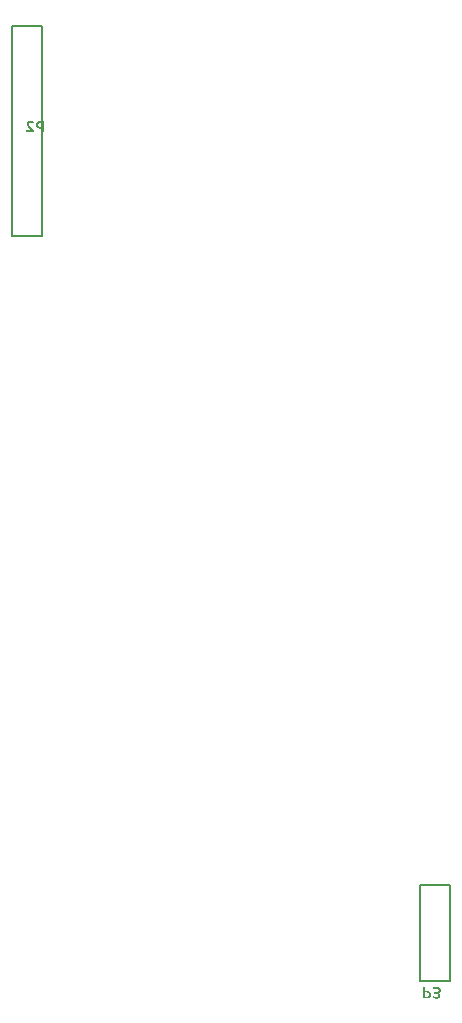
<source format=gbo>
G04*
G04 #@! TF.GenerationSoftware,Altium Limited,Altium Designer,19.1.9 (167)*
G04*
G04 Layer_Color=32896*
%FSLAX25Y25*%
%MOIN*%
G70*
G01*
G75*
%ADD10C,0.00787*%
G36*
X241277Y144552D02*
X241426Y144545D01*
X241555Y144532D01*
X241666Y144513D01*
X241763Y144500D01*
X241828Y144487D01*
X241853Y144481D01*
X241873D01*
X241879Y144474D01*
X241886D01*
X242003Y144442D01*
X242113Y144403D01*
X242203Y144364D01*
X242281Y144325D01*
X242346Y144286D01*
X242391Y144260D01*
X242424Y144241D01*
X242430Y144234D01*
X242508Y144169D01*
X242573Y144105D01*
X242631Y144040D01*
X242676Y143982D01*
X242709Y143923D01*
X242735Y143884D01*
X242748Y143859D01*
X242754Y143845D01*
X242793Y143761D01*
X242819Y143671D01*
X242839Y143586D01*
X242851Y143509D01*
X242858Y143437D01*
X242864Y143385D01*
Y143353D01*
Y143340D01*
X242858Y143210D01*
X242845Y143159D01*
X242839Y143107D01*
X242826Y143068D01*
X242813Y143042D01*
X242806Y143023D01*
Y143016D01*
X242754Y142912D01*
X242728Y142867D01*
X242702Y142828D01*
X242676Y142802D01*
X242657Y142776D01*
X242644Y142763D01*
X242638Y142757D01*
X242553Y142679D01*
X242476Y142627D01*
X242437Y142601D01*
X242411Y142588D01*
X242391Y142575D01*
X242385D01*
X242275Y142530D01*
X242216Y142511D01*
X242165Y142498D01*
X242119Y142485D01*
X242087Y142478D01*
X242061Y142472D01*
X242054D01*
X242158Y142426D01*
X242242Y142368D01*
X242320Y142316D01*
X242385Y142264D01*
X242437Y142213D01*
X242469Y142174D01*
X242495Y142148D01*
X242501Y142141D01*
X242553Y142057D01*
X242592Y141966D01*
X242625Y141869D01*
X242644Y141785D01*
X242657Y141701D01*
X242664Y141642D01*
Y141616D01*
Y141597D01*
Y141590D01*
Y141584D01*
X242657Y141506D01*
X242651Y141428D01*
X242638Y141364D01*
X242625Y141305D01*
X242605Y141253D01*
X242592Y141221D01*
X242586Y141195D01*
X242579Y141189D01*
X242547Y141124D01*
X242508Y141066D01*
X242463Y141014D01*
X242424Y140968D01*
X242391Y140929D01*
X242359Y140904D01*
X242339Y140891D01*
X242333Y140884D01*
X242268Y140839D01*
X242203Y140800D01*
X242132Y140768D01*
X242074Y140742D01*
X242016Y140722D01*
X241970Y140709D01*
X241944Y140696D01*
X241931D01*
X241841Y140670D01*
X241750Y140657D01*
X241659Y140644D01*
X241575Y140631D01*
X241497D01*
X241439Y140625D01*
X241290D01*
X241206Y140631D01*
X241173D01*
X241147Y140638D01*
X241128D01*
X241043Y140644D01*
X240966Y140657D01*
X240933Y140664D01*
X240907D01*
X240895Y140670D01*
X240888D01*
X240804Y140683D01*
X240726Y140703D01*
X240694Y140709D01*
X240668Y140716D01*
X240655Y140722D01*
X240648D01*
X240564Y140742D01*
X240480Y140761D01*
X240447Y140774D01*
X240421Y140780D01*
X240408Y140787D01*
X240402D01*
Y141383D01*
X240570Y141338D01*
X240648Y141312D01*
X240720Y141299D01*
X240771Y141286D01*
X240817Y141273D01*
X240849Y141267D01*
X240856D01*
X241018Y141241D01*
X241095Y141234D01*
X241167Y141228D01*
X241225Y141221D01*
X241309D01*
X241419Y141228D01*
X241517Y141241D01*
X241594Y141260D01*
X241659Y141279D01*
X241711Y141305D01*
X241750Y141325D01*
X241769Y141338D01*
X241776Y141344D01*
X241828Y141396D01*
X241866Y141454D01*
X241892Y141513D01*
X241912Y141571D01*
X241925Y141623D01*
X241931Y141662D01*
Y141688D01*
Y141701D01*
X241925Y141778D01*
X241912Y141850D01*
X241905Y141876D01*
X241899Y141895D01*
X241892Y141908D01*
Y141914D01*
X241853Y141986D01*
X241815Y142044D01*
X241776Y142083D01*
X241769Y142089D01*
X241763Y142096D01*
X241685Y142148D01*
X241607Y142187D01*
X241575Y142200D01*
X241549Y142213D01*
X241529Y142219D01*
X241523D01*
X241465Y142232D01*
X241400Y142238D01*
X241342Y142251D01*
X241277D01*
X241225Y142258D01*
X240758D01*
Y142802D01*
X241264D01*
X241348Y142809D01*
X241419Y142815D01*
X241478Y142822D01*
X241529Y142835D01*
X241562Y142841D01*
X241588Y142848D01*
X241594D01*
X241659Y142861D01*
X241711Y142880D01*
X241763Y142899D01*
X241802Y142919D01*
X241834Y142932D01*
X241860Y142945D01*
X241873Y142951D01*
X241879Y142958D01*
X241957Y143016D01*
X242009Y143074D01*
X242028Y143094D01*
X242041Y143113D01*
X242054Y143126D01*
Y143133D01*
X242087Y143210D01*
X242106Y143282D01*
X242113Y143314D01*
Y143340D01*
Y143353D01*
Y143359D01*
X242106Y143457D01*
X242093Y143502D01*
X242087Y143541D01*
X242074Y143573D01*
X242061Y143599D01*
X242054Y143612D01*
Y143619D01*
X242009Y143696D01*
X241951Y143755D01*
X241925Y143774D01*
X241905Y143794D01*
X241892Y143800D01*
X241886Y143807D01*
X241795Y143859D01*
X241705Y143891D01*
X241659Y143904D01*
X241633Y143917D01*
X241607Y143923D01*
X241601D01*
X241465Y143943D01*
X241393Y143956D01*
X241329D01*
X241270Y143962D01*
X241095D01*
X241005Y143956D01*
X240920D01*
X240849Y143949D01*
X240791D01*
X240745Y143943D01*
X240707D01*
X240622Y143936D01*
X240545Y143923D01*
X240480Y143917D01*
X240415Y143904D01*
X240370Y143897D01*
X240331Y143891D01*
X240305Y143884D01*
X240298D01*
Y144500D01*
X240357Y144507D01*
X240421Y144513D01*
X240441Y144519D01*
X240480D01*
X240558Y144526D01*
X240622Y144532D01*
X240648Y144539D01*
X240687D01*
X240771Y144545D01*
X240836D01*
X240869Y144552D01*
X240907D01*
X240985Y144558D01*
X241115D01*
X241277Y144552D01*
D02*
G37*
G36*
X237726Y143275D02*
X238089D01*
X238225Y143269D01*
X238354Y143262D01*
X238471Y143243D01*
X238568Y143223D01*
X238652Y143210D01*
X238711Y143191D01*
X238750Y143185D01*
X238763Y143178D01*
X238866Y143133D01*
X238963Y143087D01*
X239048Y143042D01*
X239112Y142997D01*
X239171Y142958D01*
X239216Y142925D01*
X239242Y142899D01*
X239249Y142893D01*
X239320Y142822D01*
X239378Y142744D01*
X239423Y142673D01*
X239469Y142608D01*
X239501Y142550D01*
X239521Y142498D01*
X239534Y142472D01*
X239540Y142459D01*
X239573Y142362D01*
X239598Y142264D01*
X239618Y142174D01*
X239631Y142089D01*
X239637Y142018D01*
X239644Y141960D01*
Y141921D01*
Y141908D01*
X239637Y141804D01*
X239631Y141701D01*
X239611Y141616D01*
X239592Y141539D01*
X239573Y141474D01*
X239560Y141428D01*
X239547Y141403D01*
X239540Y141390D01*
X239495Y141305D01*
X239449Y141234D01*
X239398Y141169D01*
X239352Y141111D01*
X239307Y141066D01*
X239275Y141033D01*
X239249Y141014D01*
X239242Y141007D01*
X239171Y140955D01*
X239087Y140904D01*
X239009Y140865D01*
X238937Y140832D01*
X238866Y140806D01*
X238814Y140787D01*
X238782Y140780D01*
X238775Y140774D01*
X238769D01*
X238659Y140748D01*
X238549Y140722D01*
X238439Y140709D01*
X238335Y140703D01*
X238244Y140696D01*
X238179Y140690D01*
X237000D01*
Y144500D01*
X237726D01*
Y143275D01*
D02*
G37*
G36*
X106258Y433269D02*
X106381Y433256D01*
X106492Y433230D01*
X106595Y433204D01*
X106680Y433178D01*
X106744Y433152D01*
X106764Y433145D01*
X106783Y433139D01*
X106790Y433133D01*
X106796D01*
X106906Y433081D01*
X107017Y433016D01*
X107107Y432958D01*
X107192Y432899D01*
X107256Y432847D01*
X107308Y432802D01*
X107341Y432776D01*
X107353Y432763D01*
X106978Y432284D01*
X106913Y432342D01*
X106848Y432394D01*
X106790Y432439D01*
X106731Y432472D01*
X106686Y432504D01*
X106647Y432523D01*
X106621Y432536D01*
X106615Y432543D01*
X106544Y432575D01*
X106466Y432601D01*
X106401Y432614D01*
X106336Y432627D01*
X106278Y432633D01*
X106239Y432640D01*
X106200D01*
X106109Y432633D01*
X106032Y432621D01*
X106006Y432608D01*
X105986Y432601D01*
X105973Y432595D01*
X105967D01*
X105895Y432562D01*
X105844Y432523D01*
X105811Y432497D01*
X105798Y432491D01*
Y432484D01*
X105753Y432426D01*
X105721Y432374D01*
X105701Y432335D01*
X105695Y432323D01*
Y432316D01*
X105669Y432245D01*
X105662Y432173D01*
X105656Y432148D01*
Y432128D01*
Y432115D01*
Y432109D01*
X105662Y432018D01*
X105669Y431934D01*
X105675Y431901D01*
X105682Y431875D01*
X105688Y431862D01*
Y431856D01*
X105714Y431759D01*
X105753Y431674D01*
X105772Y431636D01*
X105785Y431610D01*
X105792Y431590D01*
X105798Y431584D01*
X105831Y431532D01*
X105870Y431474D01*
X105909Y431422D01*
X105941Y431370D01*
X105980Y431325D01*
X106006Y431292D01*
X106025Y431266D01*
X106032Y431260D01*
X106090Y431188D01*
X106161Y431117D01*
X106226Y431046D01*
X106291Y430975D01*
X106349Y430916D01*
X106395Y430871D01*
X106427Y430839D01*
X106440Y430826D01*
X107334Y429918D01*
Y429400D01*
X104749D01*
Y430055D01*
X106356D01*
X105805Y430579D01*
X105727Y430657D01*
X105649Y430728D01*
X105585Y430793D01*
X105526Y430858D01*
X105481Y430903D01*
X105448Y430942D01*
X105422Y430968D01*
X105416Y430975D01*
X105351Y431046D01*
X105299Y431111D01*
X105247Y431176D01*
X105202Y431227D01*
X105170Y431279D01*
X105144Y431312D01*
X105131Y431337D01*
X105124Y431344D01*
X105047Y431480D01*
X105021Y431545D01*
X104995Y431603D01*
X104975Y431655D01*
X104962Y431694D01*
X104949Y431720D01*
Y431726D01*
X104911Y431875D01*
X104898Y431953D01*
X104891Y432018D01*
X104885Y432070D01*
Y432115D01*
Y432141D01*
Y432154D01*
X104891Y432251D01*
X104898Y432342D01*
X104911Y432426D01*
X104930Y432497D01*
X104949Y432556D01*
X104962Y432595D01*
X104969Y432627D01*
X104975Y432633D01*
X105014Y432711D01*
X105053Y432776D01*
X105092Y432841D01*
X105137Y432886D01*
X105170Y432932D01*
X105202Y432958D01*
X105222Y432977D01*
X105228Y432983D01*
X105293Y433035D01*
X105358Y433074D01*
X105422Y433113D01*
X105481Y433145D01*
X105539Y433165D01*
X105578Y433184D01*
X105604Y433197D01*
X105617D01*
X105701Y433223D01*
X105792Y433243D01*
X105876Y433256D01*
X105954Y433269D01*
X106025D01*
X106077Y433275D01*
X106122D01*
X106258Y433269D01*
D02*
G37*
G36*
X110600Y429400D02*
X109874D01*
Y430625D01*
X109511D01*
X109375Y430631D01*
X109246Y430638D01*
X109129Y430657D01*
X109032Y430677D01*
X108948Y430689D01*
X108889Y430709D01*
X108850Y430715D01*
X108837Y430722D01*
X108734Y430767D01*
X108637Y430813D01*
X108552Y430858D01*
X108487Y430903D01*
X108429Y430942D01*
X108384Y430975D01*
X108358Y431001D01*
X108351Y431007D01*
X108280Y431078D01*
X108222Y431156D01*
X108177Y431227D01*
X108131Y431292D01*
X108099Y431351D01*
X108079Y431402D01*
X108066Y431428D01*
X108060Y431441D01*
X108027Y431538D01*
X108001Y431636D01*
X107982Y431726D01*
X107969Y431811D01*
X107963Y431882D01*
X107956Y431940D01*
Y431979D01*
Y431992D01*
X107963Y432096D01*
X107969Y432199D01*
X107989Y432284D01*
X108008Y432361D01*
X108027Y432426D01*
X108040Y432472D01*
X108053Y432497D01*
X108060Y432510D01*
X108105Y432595D01*
X108151Y432666D01*
X108202Y432731D01*
X108248Y432789D01*
X108293Y432834D01*
X108326Y432867D01*
X108351Y432886D01*
X108358Y432893D01*
X108429Y432945D01*
X108513Y432996D01*
X108591Y433035D01*
X108662Y433068D01*
X108734Y433094D01*
X108786Y433113D01*
X108818Y433119D01*
X108825Y433126D01*
X108831D01*
X108941Y433152D01*
X109051Y433178D01*
X109161Y433191D01*
X109265Y433197D01*
X109356Y433204D01*
X109421Y433210D01*
X110600D01*
Y429400D01*
D02*
G37*
%LPC*%
G36*
X238186Y142679D02*
X237726D01*
Y141286D01*
X238173D01*
X238238Y141292D01*
X238296Y141299D01*
X238354Y141312D01*
X238393Y141318D01*
X238426Y141331D01*
X238445Y141338D01*
X238452D01*
X238555Y141377D01*
X238594Y141403D01*
X238633Y141422D01*
X238659Y141441D01*
X238678Y141461D01*
X238691Y141467D01*
X238698Y141474D01*
X238763Y141539D01*
X238808Y141610D01*
X238821Y141636D01*
X238834Y141662D01*
X238840Y141675D01*
Y141681D01*
X238873Y141778D01*
X238886Y141863D01*
X238892Y141902D01*
Y141927D01*
Y141947D01*
Y141953D01*
X238886Y142070D01*
X238879Y142122D01*
X238866Y142167D01*
X238860Y142206D01*
X238847Y142232D01*
X238840Y142251D01*
Y142258D01*
X238795Y142349D01*
X238750Y142420D01*
X238724Y142446D01*
X238711Y142465D01*
X238698Y142478D01*
X238691Y142485D01*
X238614Y142550D01*
X238536Y142595D01*
X238503Y142614D01*
X238477Y142621D01*
X238458Y142634D01*
X238452D01*
X238341Y142660D01*
X238283Y142666D01*
X238231Y142673D01*
X238186Y142679D01*
D02*
G37*
G36*
X109874Y432614D02*
X109427D01*
X109362Y432608D01*
X109304Y432601D01*
X109246Y432588D01*
X109207Y432582D01*
X109174Y432569D01*
X109155Y432562D01*
X109149D01*
X109045Y432523D01*
X109006Y432497D01*
X108967Y432478D01*
X108941Y432459D01*
X108922Y432439D01*
X108909Y432433D01*
X108902Y432426D01*
X108837Y432361D01*
X108792Y432290D01*
X108779Y432264D01*
X108766Y432238D01*
X108760Y432225D01*
Y432219D01*
X108727Y432122D01*
X108714Y432037D01*
X108708Y431998D01*
Y431973D01*
Y431953D01*
Y431947D01*
X108714Y431830D01*
X108721Y431778D01*
X108734Y431733D01*
X108740Y431694D01*
X108753Y431668D01*
X108760Y431649D01*
Y431642D01*
X108805Y431551D01*
X108850Y431480D01*
X108876Y431454D01*
X108889Y431435D01*
X108902Y431422D01*
X108909Y431415D01*
X108986Y431351D01*
X109064Y431305D01*
X109097Y431286D01*
X109123Y431279D01*
X109142Y431266D01*
X109149D01*
X109259Y431240D01*
X109317Y431234D01*
X109369Y431227D01*
X109414Y431221D01*
X109874D01*
Y432614D01*
D02*
G37*
%LPD*%
D10*
X100000Y395000D02*
X110000D01*
X100000D02*
Y465000D01*
X110000Y395000D02*
Y465000D01*
X100000D02*
X110000D01*
X236000Y146500D02*
Y178500D01*
Y146500D02*
X246000D01*
Y178500D01*
X236000D02*
X246000D01*
M02*

</source>
